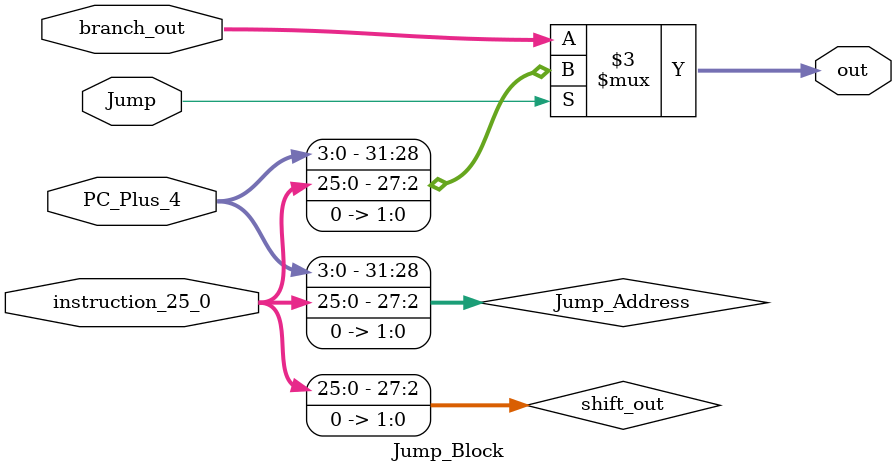
<source format=v>
module Jump_Block(instruction_25_0,PC_Plus_4,branch_out,Jump,out);
input [25:0] instruction_25_0;
input [3:0] PC_Plus_4;
input [31:0] branch_out;
input Jump;
output [31:0] out;

wire [27:0] shift_out;
wire [31:0] Jump_Address;

assign shift_out = instruction_25_0 << 2;
assign Jump_Address = {PC_Plus_4,shift_out};
assign out = (Jump == 1)? Jump_Address : branch_out;

endmodule
</source>
